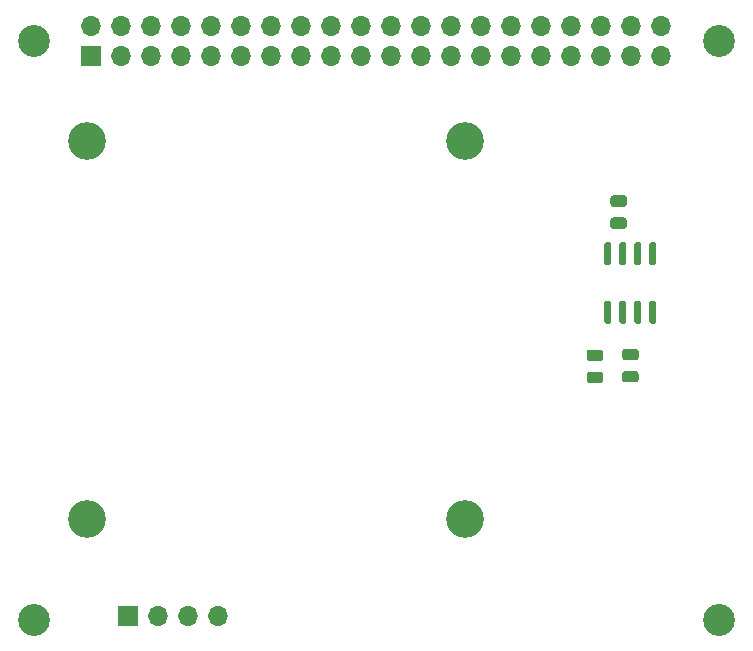
<source format=gbs>
G04 #@! TF.GenerationSoftware,KiCad,Pcbnew,5.1.6-c6e7f7d~87~ubuntu18.04.1*
G04 #@! TF.CreationDate,2020-08-28T18:16:15+02:00*
G04 #@! TF.ProjectId,base_hat,62617365-5f68-4617-942e-6b696361645f,rev?*
G04 #@! TF.SameCoordinates,Original*
G04 #@! TF.FileFunction,Soldermask,Bot*
G04 #@! TF.FilePolarity,Negative*
%FSLAX46Y46*%
G04 Gerber Fmt 4.6, Leading zero omitted, Abs format (unit mm)*
G04 Created by KiCad (PCBNEW 5.1.6-c6e7f7d~87~ubuntu18.04.1) date 2020-08-28 18:16:15*
%MOMM*%
%LPD*%
G01*
G04 APERTURE LIST*
%ADD10C,3.200000*%
%ADD11O,1.700000X1.700000*%
%ADD12R,1.700000X1.700000*%
%ADD13C,2.700000*%
G04 APERTURE END LIST*
D10*
X240000000Y-138000000D03*
X208000000Y-106000000D03*
X208000000Y-138000000D03*
X240000000Y-106000000D03*
D11*
X219050000Y-146190000D03*
X216510000Y-146190000D03*
X213970000Y-146190000D03*
D12*
X211430000Y-146190000D03*
G36*
G01*
X251945000Y-119500000D02*
X252245000Y-119500000D01*
G75*
G02*
X252395000Y-119650000I0J-150000D01*
G01*
X252395000Y-121300000D01*
G75*
G02*
X252245000Y-121450000I-150000J0D01*
G01*
X251945000Y-121450000D01*
G75*
G02*
X251795000Y-121300000I0J150000D01*
G01*
X251795000Y-119650000D01*
G75*
G02*
X251945000Y-119500000I150000J0D01*
G01*
G37*
G36*
G01*
X253215000Y-119500000D02*
X253515000Y-119500000D01*
G75*
G02*
X253665000Y-119650000I0J-150000D01*
G01*
X253665000Y-121300000D01*
G75*
G02*
X253515000Y-121450000I-150000J0D01*
G01*
X253215000Y-121450000D01*
G75*
G02*
X253065000Y-121300000I0J150000D01*
G01*
X253065000Y-119650000D01*
G75*
G02*
X253215000Y-119500000I150000J0D01*
G01*
G37*
G36*
G01*
X254485000Y-119500000D02*
X254785000Y-119500000D01*
G75*
G02*
X254935000Y-119650000I0J-150000D01*
G01*
X254935000Y-121300000D01*
G75*
G02*
X254785000Y-121450000I-150000J0D01*
G01*
X254485000Y-121450000D01*
G75*
G02*
X254335000Y-121300000I0J150000D01*
G01*
X254335000Y-119650000D01*
G75*
G02*
X254485000Y-119500000I150000J0D01*
G01*
G37*
G36*
G01*
X255755000Y-119500000D02*
X256055000Y-119500000D01*
G75*
G02*
X256205000Y-119650000I0J-150000D01*
G01*
X256205000Y-121300000D01*
G75*
G02*
X256055000Y-121450000I-150000J0D01*
G01*
X255755000Y-121450000D01*
G75*
G02*
X255605000Y-121300000I0J150000D01*
G01*
X255605000Y-119650000D01*
G75*
G02*
X255755000Y-119500000I150000J0D01*
G01*
G37*
G36*
G01*
X255755000Y-114550000D02*
X256055000Y-114550000D01*
G75*
G02*
X256205000Y-114700000I0J-150000D01*
G01*
X256205000Y-116350000D01*
G75*
G02*
X256055000Y-116500000I-150000J0D01*
G01*
X255755000Y-116500000D01*
G75*
G02*
X255605000Y-116350000I0J150000D01*
G01*
X255605000Y-114700000D01*
G75*
G02*
X255755000Y-114550000I150000J0D01*
G01*
G37*
G36*
G01*
X254485000Y-114550000D02*
X254785000Y-114550000D01*
G75*
G02*
X254935000Y-114700000I0J-150000D01*
G01*
X254935000Y-116350000D01*
G75*
G02*
X254785000Y-116500000I-150000J0D01*
G01*
X254485000Y-116500000D01*
G75*
G02*
X254335000Y-116350000I0J150000D01*
G01*
X254335000Y-114700000D01*
G75*
G02*
X254485000Y-114550000I150000J0D01*
G01*
G37*
G36*
G01*
X253215000Y-114550000D02*
X253515000Y-114550000D01*
G75*
G02*
X253665000Y-114700000I0J-150000D01*
G01*
X253665000Y-116350000D01*
G75*
G02*
X253515000Y-116500000I-150000J0D01*
G01*
X253215000Y-116500000D01*
G75*
G02*
X253065000Y-116350000I0J150000D01*
G01*
X253065000Y-114700000D01*
G75*
G02*
X253215000Y-114550000I150000J0D01*
G01*
G37*
G36*
G01*
X251945000Y-114550000D02*
X252245000Y-114550000D01*
G75*
G02*
X252395000Y-114700000I0J-150000D01*
G01*
X252395000Y-116350000D01*
G75*
G02*
X252245000Y-116500000I-150000J0D01*
G01*
X251945000Y-116500000D01*
G75*
G02*
X251795000Y-116350000I0J150000D01*
G01*
X251795000Y-114700000D01*
G75*
G02*
X251945000Y-114550000I150000J0D01*
G01*
G37*
G36*
G01*
X251456250Y-124612500D02*
X250543750Y-124612500D01*
G75*
G02*
X250300000Y-124368750I0J243750D01*
G01*
X250300000Y-123881250D01*
G75*
G02*
X250543750Y-123637500I243750J0D01*
G01*
X251456250Y-123637500D01*
G75*
G02*
X251700000Y-123881250I0J-243750D01*
G01*
X251700000Y-124368750D01*
G75*
G02*
X251456250Y-124612500I-243750J0D01*
G01*
G37*
G36*
G01*
X251456250Y-126487500D02*
X250543750Y-126487500D01*
G75*
G02*
X250300000Y-126243750I0J243750D01*
G01*
X250300000Y-125756250D01*
G75*
G02*
X250543750Y-125512500I243750J0D01*
G01*
X251456250Y-125512500D01*
G75*
G02*
X251700000Y-125756250I0J-243750D01*
G01*
X251700000Y-126243750D01*
G75*
G02*
X251456250Y-126487500I-243750J0D01*
G01*
G37*
G36*
G01*
X254456250Y-124550000D02*
X253543750Y-124550000D01*
G75*
G02*
X253300000Y-124306250I0J243750D01*
G01*
X253300000Y-123818750D01*
G75*
G02*
X253543750Y-123575000I243750J0D01*
G01*
X254456250Y-123575000D01*
G75*
G02*
X254700000Y-123818750I0J-243750D01*
G01*
X254700000Y-124306250D01*
G75*
G02*
X254456250Y-124550000I-243750J0D01*
G01*
G37*
G36*
G01*
X254456250Y-126425000D02*
X253543750Y-126425000D01*
G75*
G02*
X253300000Y-126181250I0J243750D01*
G01*
X253300000Y-125693750D01*
G75*
G02*
X253543750Y-125450000I243750J0D01*
G01*
X254456250Y-125450000D01*
G75*
G02*
X254700000Y-125693750I0J-243750D01*
G01*
X254700000Y-126181250D01*
G75*
G02*
X254456250Y-126425000I-243750J0D01*
G01*
G37*
G36*
G01*
X252543750Y-112450000D02*
X253456250Y-112450000D01*
G75*
G02*
X253700000Y-112693750I0J-243750D01*
G01*
X253700000Y-113181250D01*
G75*
G02*
X253456250Y-113425000I-243750J0D01*
G01*
X252543750Y-113425000D01*
G75*
G02*
X252300000Y-113181250I0J243750D01*
G01*
X252300000Y-112693750D01*
G75*
G02*
X252543750Y-112450000I243750J0D01*
G01*
G37*
G36*
G01*
X252543750Y-110575000D02*
X253456250Y-110575000D01*
G75*
G02*
X253700000Y-110818750I0J-243750D01*
G01*
X253700000Y-111306250D01*
G75*
G02*
X253456250Y-111550000I-243750J0D01*
G01*
X252543750Y-111550000D01*
G75*
G02*
X252300000Y-111306250I0J243750D01*
G01*
X252300000Y-110818750D01*
G75*
G02*
X252543750Y-110575000I243750J0D01*
G01*
G37*
X208370000Y-98770000D03*
D11*
X208370000Y-96230000D03*
X210910000Y-98770000D03*
X210910000Y-96230000D03*
X213450000Y-98770000D03*
X213450000Y-96230000D03*
X215990000Y-98770000D03*
X215990000Y-96230000D03*
X218530000Y-98770000D03*
X218530000Y-96230000D03*
X221070000Y-98770000D03*
X221070000Y-96230000D03*
X223610000Y-98770000D03*
X223610000Y-96230000D03*
X226150000Y-98770000D03*
X226150000Y-96230000D03*
X228690000Y-98770000D03*
X228690000Y-96230000D03*
X231230000Y-98770000D03*
X231230000Y-96230000D03*
X233770000Y-98770000D03*
X233770000Y-96230000D03*
X236310000Y-98770000D03*
X236310000Y-96230000D03*
X238850000Y-98770000D03*
X238850000Y-96230000D03*
X241390000Y-98770000D03*
X241390000Y-96230000D03*
X243930000Y-98770000D03*
X243930000Y-96230000D03*
X246470000Y-98770000D03*
X246470000Y-96230000D03*
X249010000Y-98770000D03*
X249010000Y-96230000D03*
X251550000Y-98770000D03*
X251550000Y-96230000D03*
X254090000Y-98770000D03*
X254090000Y-96230000D03*
X256630000Y-98770000D03*
X256630000Y-96230000D03*
D13*
X261500000Y-146500000D03*
X203500000Y-146500000D03*
X261500000Y-97500000D03*
X203500000Y-97500000D03*
M02*

</source>
